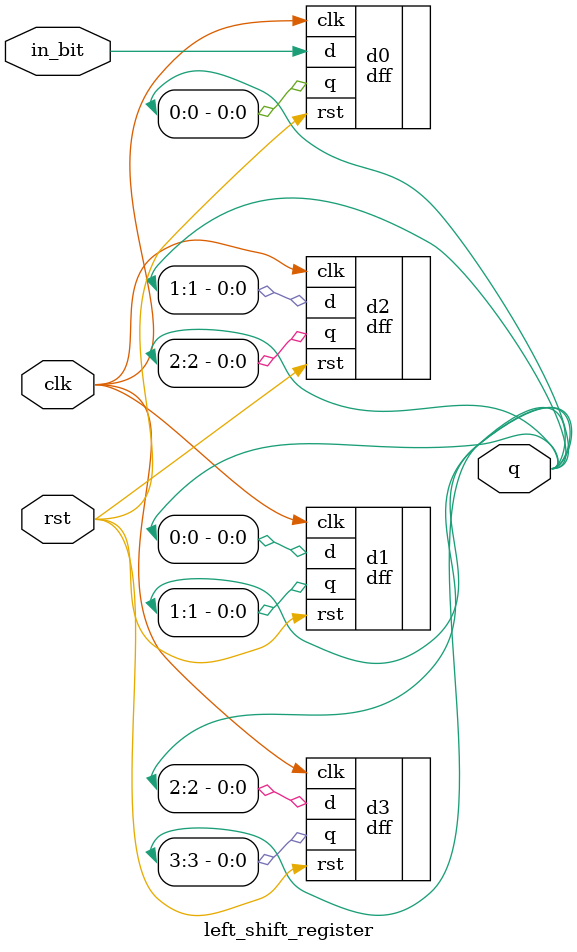
<source format=v>
`timescale 1ns / 1ps
module left_shift_register(
    input clk,
    input rst,
    input in_bit,
    output [3:0] q);

dff d0(.d(in_bit), .clk(clk), .rst(rst), .q(q[0]));
dff d1(.d(q[0]), .clk(clk), .rst(rst), .q(q[1]));
dff d2(.d(q[1]), .clk(clk), .rst(rst), .q(q[2]));
dff d3(.d(q[2]), .clk(clk), .rst(rst), .q(q[3]));

endmodule


</source>
